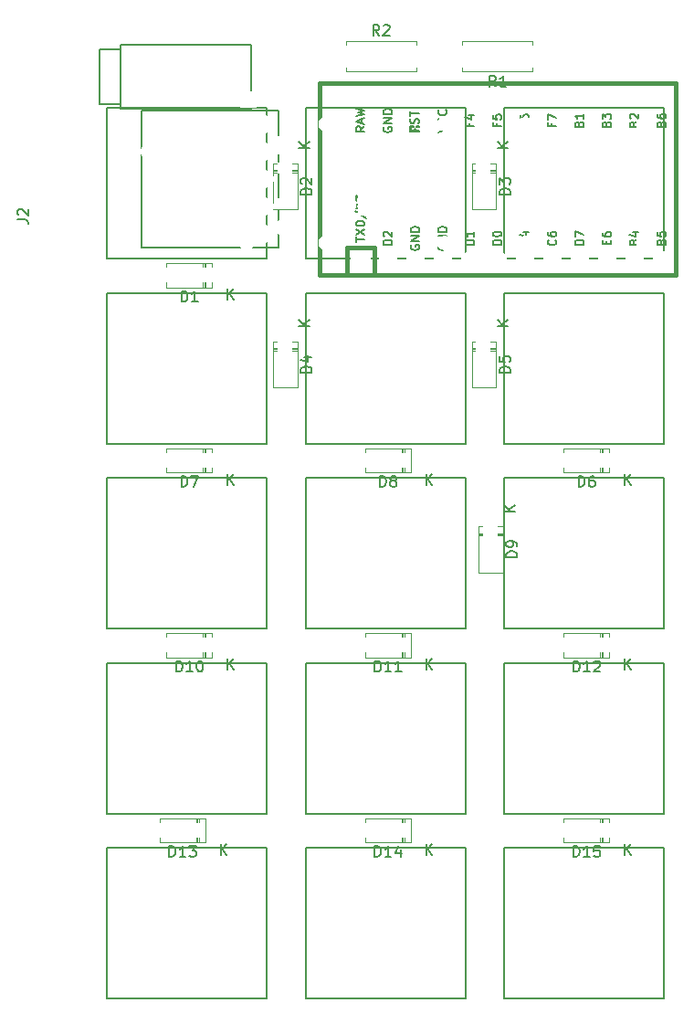
<source format=gto>
G04 #@! TF.GenerationSoftware,KiCad,Pcbnew,5.1.0*
G04 #@! TF.CreationDate,2019-04-04T12:50:07+09:00*
G04 #@! TF.ProjectId,pg1425-namecard-ver1,70673134-3235-42d6-9e61-6d6563617264,rev?*
G04 #@! TF.SameCoordinates,Original*
G04 #@! TF.FileFunction,Legend,Top*
G04 #@! TF.FilePolarity,Positive*
%FSLAX46Y46*%
G04 Gerber Fmt 4.6, Leading zero omitted, Abs format (unit mm)*
G04 Created by KiCad (PCBNEW 5.1.0) date 2019-04-04 12:50:07*
%MOMM*%
%LPD*%
G04 APERTURE LIST*
%ADD10C,0.150000*%
%ADD11C,0.120000*%
%ADD12C,0.381000*%
%ADD13C,1.702000*%
%ADD14C,1.402000*%
%ADD15O,5.202000X4.202000*%
%ADD16O,2.102000X4.202000*%
%ADD17O,0.402000X4.202000*%
%ADD18O,5.202000X0.402000*%
%ADD19O,1.702000X1.702000*%
%ADD20O,2.402000X1.602000*%
%ADD21C,1.302000*%
%ADD22R,1.102000X1.402000*%
%ADD23R,1.702000X1.702000*%
%ADD24R,1.402000X1.102000*%
%ADD25C,1.854600*%
%ADD26R,1.854600X1.854600*%
G04 APERTURE END LIST*
D10*
X50160000Y-101340000D02*
X50160000Y-87340000D01*
X64960000Y-101340000D02*
X50160000Y-101340000D01*
X64960000Y-87340000D02*
X64960000Y-101340000D01*
X50160000Y-87340000D02*
X64960000Y-87340000D01*
X31745000Y-101340000D02*
X31745000Y-87340000D01*
X46545000Y-101340000D02*
X31745000Y-101340000D01*
X46545000Y-87340000D02*
X46545000Y-101340000D01*
X31745000Y-87340000D02*
X46545000Y-87340000D01*
X13330000Y-101340000D02*
X13330000Y-87340000D01*
X28130000Y-101340000D02*
X13330000Y-101340000D01*
X28130000Y-87340000D02*
X28130000Y-101340000D01*
X13330000Y-87340000D02*
X28130000Y-87340000D01*
X50160000Y-84195000D02*
X50160000Y-70195000D01*
X64960000Y-84195000D02*
X50160000Y-84195000D01*
X64960000Y-70195000D02*
X64960000Y-84195000D01*
X50160000Y-70195000D02*
X64960000Y-70195000D01*
X31745000Y-84195000D02*
X31745000Y-70195000D01*
X46545000Y-84195000D02*
X31745000Y-84195000D01*
X46545000Y-70195000D02*
X46545000Y-84195000D01*
X31745000Y-70195000D02*
X46545000Y-70195000D01*
X13330000Y-84195000D02*
X13330000Y-70195000D01*
X28130000Y-84195000D02*
X13330000Y-84195000D01*
X28130000Y-70195000D02*
X28130000Y-84195000D01*
X13330000Y-70195000D02*
X28130000Y-70195000D01*
X50160000Y-67050000D02*
X50160000Y-53050000D01*
X64960000Y-67050000D02*
X50160000Y-67050000D01*
X64960000Y-53050000D02*
X64960000Y-67050000D01*
X50160000Y-53050000D02*
X64960000Y-53050000D01*
X31745000Y-67050000D02*
X31745000Y-53050000D01*
X46545000Y-67050000D02*
X31745000Y-67050000D01*
X46545000Y-53050000D02*
X46545000Y-67050000D01*
X31745000Y-53050000D02*
X46545000Y-53050000D01*
X13330000Y-67050000D02*
X13330000Y-53050000D01*
X28130000Y-67050000D02*
X13330000Y-67050000D01*
X28130000Y-53050000D02*
X28130000Y-67050000D01*
X13330000Y-53050000D02*
X28130000Y-53050000D01*
X50160000Y-49905000D02*
X50160000Y-35905000D01*
X64960000Y-49905000D02*
X50160000Y-49905000D01*
X64960000Y-35905000D02*
X64960000Y-49905000D01*
X50160000Y-35905000D02*
X64960000Y-35905000D01*
X31745000Y-49905000D02*
X31745000Y-35905000D01*
X46545000Y-49905000D02*
X31745000Y-49905000D01*
X46545000Y-35905000D02*
X46545000Y-49905000D01*
X31745000Y-35905000D02*
X46545000Y-35905000D01*
X13330000Y-49905000D02*
X13330000Y-35905000D01*
X28130000Y-49905000D02*
X13330000Y-49905000D01*
X28130000Y-35905000D02*
X28130000Y-49905000D01*
X13330000Y-35905000D02*
X28130000Y-35905000D01*
X50160000Y-32760000D02*
X50160000Y-18760000D01*
X64960000Y-32760000D02*
X50160000Y-32760000D01*
X64960000Y-18760000D02*
X64960000Y-32760000D01*
X50160000Y-18760000D02*
X64960000Y-18760000D01*
X31745000Y-32760000D02*
X31745000Y-18760000D01*
X46545000Y-32760000D02*
X31745000Y-32760000D01*
X46545000Y-18760000D02*
X46545000Y-32760000D01*
X31745000Y-18760000D02*
X46545000Y-18760000D01*
X13330000Y-32760000D02*
X13330000Y-18760000D01*
X28130000Y-32760000D02*
X13330000Y-32760000D01*
X28130000Y-18760000D02*
X28130000Y-32760000D01*
X13330000Y-18760000D02*
X28130000Y-18760000D01*
D11*
X42005000Y-15340000D02*
X42005000Y-15010000D01*
X35465000Y-15340000D02*
X42005000Y-15340000D01*
X35465000Y-15010000D02*
X35465000Y-15340000D01*
X42005000Y-12600000D02*
X42005000Y-12930000D01*
X35465000Y-12600000D02*
X42005000Y-12600000D01*
X35465000Y-12930000D02*
X35465000Y-12600000D01*
X46260000Y-12600000D02*
X46260000Y-12930000D01*
X52800000Y-12600000D02*
X46260000Y-12600000D01*
X52800000Y-12930000D02*
X52800000Y-12600000D01*
X46260000Y-15340000D02*
X46260000Y-15010000D01*
X52800000Y-15340000D02*
X46260000Y-15340000D01*
X52800000Y-15010000D02*
X52800000Y-15340000D01*
D10*
X29210000Y-31750000D02*
X16510000Y-31750000D01*
X29210000Y-19050000D02*
X29210000Y-31750000D01*
X16510000Y-19050000D02*
X29210000Y-19050000D01*
X16510000Y-31750000D02*
X16510000Y-19050000D01*
X14605000Y-12875000D02*
X26705000Y-12875000D01*
X14605000Y-18875000D02*
X14605000Y-12875000D01*
X26705000Y-18875000D02*
X14605000Y-18875000D01*
X26705000Y-12875000D02*
X26705000Y-18875000D01*
X12605000Y-13375000D02*
X14605000Y-13375000D01*
X12605000Y-18375000D02*
X14605000Y-18375000D01*
X12605000Y-13375000D02*
X12605000Y-18375000D01*
D11*
X59185000Y-86845000D02*
X59185000Y-84605000D01*
X55665000Y-86845000D02*
X59905000Y-86845000D01*
X55665000Y-84605000D02*
X55665000Y-86845000D01*
X59305000Y-86845000D02*
X59305000Y-84605000D01*
X59065000Y-86845000D02*
X59065000Y-84605000D01*
X59905000Y-84605000D02*
X55665000Y-84605000D01*
X59905000Y-86845000D02*
X59905000Y-84605000D01*
X40770000Y-86845000D02*
X40770000Y-84605000D01*
X37250000Y-86845000D02*
X41490000Y-86845000D01*
X37250000Y-84605000D02*
X37250000Y-86845000D01*
X40890000Y-86845000D02*
X40890000Y-84605000D01*
X40650000Y-86845000D02*
X40650000Y-84605000D01*
X41490000Y-84605000D02*
X37250000Y-84605000D01*
X41490000Y-86845000D02*
X41490000Y-84605000D01*
X21720000Y-86845000D02*
X21720000Y-84605000D01*
X18200000Y-86845000D02*
X22440000Y-86845000D01*
X18200000Y-84605000D02*
X18200000Y-86845000D01*
X21840000Y-86845000D02*
X21840000Y-84605000D01*
X21600000Y-86845000D02*
X21600000Y-84605000D01*
X22440000Y-84605000D02*
X18200000Y-84605000D01*
X22440000Y-86845000D02*
X22440000Y-84605000D01*
X59185000Y-69700000D02*
X59185000Y-67460000D01*
X55665000Y-69700000D02*
X59905000Y-69700000D01*
X55665000Y-67460000D02*
X55665000Y-69700000D01*
X59305000Y-69700000D02*
X59305000Y-67460000D01*
X59065000Y-69700000D02*
X59065000Y-67460000D01*
X59905000Y-67460000D02*
X55665000Y-67460000D01*
X59905000Y-69700000D02*
X59905000Y-67460000D01*
X40770000Y-69700000D02*
X40770000Y-67460000D01*
X37250000Y-69700000D02*
X41490000Y-69700000D01*
X37250000Y-67460000D02*
X37250000Y-69700000D01*
X40890000Y-69700000D02*
X40890000Y-67460000D01*
X40650000Y-69700000D02*
X40650000Y-67460000D01*
X41490000Y-67460000D02*
X37250000Y-67460000D01*
X41490000Y-69700000D02*
X41490000Y-67460000D01*
X22355000Y-69700000D02*
X22355000Y-67460000D01*
X18835000Y-69700000D02*
X23075000Y-69700000D01*
X18835000Y-67460000D02*
X18835000Y-69700000D01*
X22475000Y-69700000D02*
X22475000Y-67460000D01*
X22235000Y-69700000D02*
X22235000Y-67460000D01*
X23075000Y-67460000D02*
X18835000Y-67460000D01*
X23075000Y-69700000D02*
X23075000Y-67460000D01*
X50015000Y-58290000D02*
X47775000Y-58290000D01*
X50015000Y-61810000D02*
X50015000Y-57570000D01*
X47775000Y-61810000D02*
X50015000Y-61810000D01*
X50015000Y-58170000D02*
X47775000Y-58170000D01*
X50015000Y-58410000D02*
X47775000Y-58410000D01*
X47775000Y-57570000D02*
X47775000Y-61810000D01*
X50015000Y-57570000D02*
X47775000Y-57570000D01*
X40770000Y-52555000D02*
X40770000Y-50315000D01*
X37250000Y-52555000D02*
X41490000Y-52555000D01*
X37250000Y-50315000D02*
X37250000Y-52555000D01*
X40890000Y-52555000D02*
X40890000Y-50315000D01*
X40650000Y-52555000D02*
X40650000Y-50315000D01*
X41490000Y-50315000D02*
X37250000Y-50315000D01*
X41490000Y-52555000D02*
X41490000Y-50315000D01*
X22355000Y-52555000D02*
X22355000Y-50315000D01*
X18835000Y-52555000D02*
X23075000Y-52555000D01*
X18835000Y-50315000D02*
X18835000Y-52555000D01*
X22475000Y-52555000D02*
X22475000Y-50315000D01*
X22235000Y-52555000D02*
X22235000Y-50315000D01*
X23075000Y-50315000D02*
X18835000Y-50315000D01*
X23075000Y-52555000D02*
X23075000Y-50315000D01*
X59185000Y-52555000D02*
X59185000Y-50315000D01*
X55665000Y-52555000D02*
X59905000Y-52555000D01*
X55665000Y-50315000D02*
X55665000Y-52555000D01*
X59305000Y-52555000D02*
X59305000Y-50315000D01*
X59065000Y-52555000D02*
X59065000Y-50315000D01*
X59905000Y-50315000D02*
X55665000Y-50315000D01*
X59905000Y-52555000D02*
X59905000Y-50315000D01*
X49380000Y-41145000D02*
X47140000Y-41145000D01*
X49380000Y-44665000D02*
X49380000Y-40425000D01*
X47140000Y-44665000D02*
X49380000Y-44665000D01*
X49380000Y-41025000D02*
X47140000Y-41025000D01*
X49380000Y-41265000D02*
X47140000Y-41265000D01*
X47140000Y-40425000D02*
X47140000Y-44665000D01*
X49380000Y-40425000D02*
X47140000Y-40425000D01*
X30965000Y-41145000D02*
X28725000Y-41145000D01*
X30965000Y-44665000D02*
X30965000Y-40425000D01*
X28725000Y-44665000D02*
X30965000Y-44665000D01*
X30965000Y-41025000D02*
X28725000Y-41025000D01*
X30965000Y-41265000D02*
X28725000Y-41265000D01*
X28725000Y-40425000D02*
X28725000Y-44665000D01*
X30965000Y-40425000D02*
X28725000Y-40425000D01*
X49380000Y-24635000D02*
X47140000Y-24635000D01*
X49380000Y-28155000D02*
X49380000Y-23915000D01*
X47140000Y-28155000D02*
X49380000Y-28155000D01*
X49380000Y-24515000D02*
X47140000Y-24515000D01*
X49380000Y-24755000D02*
X47140000Y-24755000D01*
X47140000Y-23915000D02*
X47140000Y-28155000D01*
X49380000Y-23915000D02*
X47140000Y-23915000D01*
X30965000Y-24635000D02*
X28725000Y-24635000D01*
X30965000Y-28155000D02*
X30965000Y-23915000D01*
X28725000Y-28155000D02*
X30965000Y-28155000D01*
X30965000Y-24515000D02*
X28725000Y-24515000D01*
X30965000Y-24755000D02*
X28725000Y-24755000D01*
X28725000Y-23915000D02*
X28725000Y-28155000D01*
X30965000Y-23915000D02*
X28725000Y-23915000D01*
X22355000Y-35410000D02*
X22355000Y-33170000D01*
X18835000Y-35410000D02*
X23075000Y-35410000D01*
X18835000Y-33170000D02*
X18835000Y-35410000D01*
X22475000Y-35410000D02*
X22475000Y-33170000D01*
X22235000Y-35410000D02*
X22235000Y-33170000D01*
X23075000Y-33170000D02*
X18835000Y-33170000D01*
X23075000Y-35410000D02*
X23075000Y-33170000D01*
D12*
X35560000Y-31750000D02*
X35560000Y-34290000D01*
X33020000Y-34290000D02*
X35560000Y-34290000D01*
X33020000Y-16510000D02*
X33020000Y-34290000D01*
X35560000Y-16510000D02*
X33020000Y-16510000D01*
D10*
G36*
X42039360Y-20468432D02*
G01*
X42239360Y-20468432D01*
X42239360Y-20568432D01*
X42039360Y-20568432D01*
X42039360Y-20468432D01*
G37*
X42039360Y-20468432D02*
X42239360Y-20468432D01*
X42239360Y-20568432D01*
X42039360Y-20568432D01*
X42039360Y-20468432D01*
G36*
X41439360Y-20868432D02*
G01*
X42239360Y-20868432D01*
X42239360Y-20968432D01*
X41439360Y-20968432D01*
X41439360Y-20868432D01*
G37*
X41439360Y-20868432D02*
X42239360Y-20868432D01*
X42239360Y-20968432D01*
X41439360Y-20968432D01*
X41439360Y-20868432D01*
G36*
X41439360Y-20468432D02*
G01*
X41539360Y-20468432D01*
X41539360Y-20968432D01*
X41439360Y-20968432D01*
X41439360Y-20468432D01*
G37*
X41439360Y-20468432D02*
X41539360Y-20468432D01*
X41539360Y-20968432D01*
X41439360Y-20968432D01*
X41439360Y-20468432D01*
G36*
X41839360Y-20668432D02*
G01*
X41939360Y-20668432D01*
X41939360Y-20768432D01*
X41839360Y-20768432D01*
X41839360Y-20668432D01*
G37*
X41839360Y-20668432D02*
X41939360Y-20668432D01*
X41939360Y-20768432D01*
X41839360Y-20768432D01*
X41839360Y-20668432D01*
G36*
X41439360Y-20468432D02*
G01*
X41739360Y-20468432D01*
X41739360Y-20568432D01*
X41439360Y-20568432D01*
X41439360Y-20468432D01*
G37*
X41439360Y-20468432D02*
X41739360Y-20468432D01*
X41739360Y-20568432D01*
X41439360Y-20568432D01*
X41439360Y-20468432D01*
D12*
X38100000Y-31750000D02*
X38100000Y-34290000D01*
X35560000Y-31750000D02*
X38100000Y-31750000D01*
X66040000Y-16510000D02*
X35560000Y-16510000D01*
X66040000Y-34290000D02*
X66040000Y-16510000D01*
X35560000Y-34290000D02*
X66040000Y-34290000D01*
D10*
X38568333Y-12052380D02*
X38235000Y-11576190D01*
X37996904Y-12052380D02*
X37996904Y-11052380D01*
X38377857Y-11052380D01*
X38473095Y-11100000D01*
X38520714Y-11147619D01*
X38568333Y-11242857D01*
X38568333Y-11385714D01*
X38520714Y-11480952D01*
X38473095Y-11528571D01*
X38377857Y-11576190D01*
X37996904Y-11576190D01*
X38949285Y-11147619D02*
X38996904Y-11100000D01*
X39092142Y-11052380D01*
X39330238Y-11052380D01*
X39425476Y-11100000D01*
X39473095Y-11147619D01*
X39520714Y-11242857D01*
X39520714Y-11338095D01*
X39473095Y-11480952D01*
X38901666Y-12052380D01*
X39520714Y-12052380D01*
X49363333Y-16792380D02*
X49030000Y-16316190D01*
X48791904Y-16792380D02*
X48791904Y-15792380D01*
X49172857Y-15792380D01*
X49268095Y-15840000D01*
X49315714Y-15887619D01*
X49363333Y-15982857D01*
X49363333Y-16125714D01*
X49315714Y-16220952D01*
X49268095Y-16268571D01*
X49172857Y-16316190D01*
X48791904Y-16316190D01*
X50315714Y-16792380D02*
X49744285Y-16792380D01*
X50030000Y-16792380D02*
X50030000Y-15792380D01*
X49934761Y-15935238D01*
X49839523Y-16030476D01*
X49744285Y-16078095D01*
X5012380Y-29113333D02*
X5726666Y-29113333D01*
X5869523Y-29160952D01*
X5964761Y-29256190D01*
X6012380Y-29399047D01*
X6012380Y-29494285D01*
X5107619Y-28684761D02*
X5060000Y-28637142D01*
X5012380Y-28541904D01*
X5012380Y-28303809D01*
X5060000Y-28208571D01*
X5107619Y-28160952D01*
X5202857Y-28113333D01*
X5298095Y-28113333D01*
X5440952Y-28160952D01*
X6012380Y-28732380D01*
X6012380Y-28113333D01*
X56570714Y-88177380D02*
X56570714Y-87177380D01*
X56808809Y-87177380D01*
X56951666Y-87225000D01*
X57046904Y-87320238D01*
X57094523Y-87415476D01*
X57142142Y-87605952D01*
X57142142Y-87748809D01*
X57094523Y-87939285D01*
X57046904Y-88034523D01*
X56951666Y-88129761D01*
X56808809Y-88177380D01*
X56570714Y-88177380D01*
X58094523Y-88177380D02*
X57523095Y-88177380D01*
X57808809Y-88177380D02*
X57808809Y-87177380D01*
X57713571Y-87320238D01*
X57618333Y-87415476D01*
X57523095Y-87463095D01*
X58999285Y-87177380D02*
X58523095Y-87177380D01*
X58475476Y-87653571D01*
X58523095Y-87605952D01*
X58618333Y-87558333D01*
X58856428Y-87558333D01*
X58951666Y-87605952D01*
X58999285Y-87653571D01*
X59046904Y-87748809D01*
X59046904Y-87986904D01*
X58999285Y-88082142D01*
X58951666Y-88129761D01*
X58856428Y-88177380D01*
X58618333Y-88177380D01*
X58523095Y-88129761D01*
X58475476Y-88082142D01*
X61333095Y-87977380D02*
X61333095Y-86977380D01*
X61904523Y-87977380D02*
X61475952Y-87405952D01*
X61904523Y-86977380D02*
X61333095Y-87548809D01*
X38155714Y-88177380D02*
X38155714Y-87177380D01*
X38393809Y-87177380D01*
X38536666Y-87225000D01*
X38631904Y-87320238D01*
X38679523Y-87415476D01*
X38727142Y-87605952D01*
X38727142Y-87748809D01*
X38679523Y-87939285D01*
X38631904Y-88034523D01*
X38536666Y-88129761D01*
X38393809Y-88177380D01*
X38155714Y-88177380D01*
X39679523Y-88177380D02*
X39108095Y-88177380D01*
X39393809Y-88177380D02*
X39393809Y-87177380D01*
X39298571Y-87320238D01*
X39203333Y-87415476D01*
X39108095Y-87463095D01*
X40536666Y-87510714D02*
X40536666Y-88177380D01*
X40298571Y-87129761D02*
X40060476Y-87844047D01*
X40679523Y-87844047D01*
X42918095Y-87977380D02*
X42918095Y-86977380D01*
X43489523Y-87977380D02*
X43060952Y-87405952D01*
X43489523Y-86977380D02*
X42918095Y-87548809D01*
X19105714Y-88177380D02*
X19105714Y-87177380D01*
X19343809Y-87177380D01*
X19486666Y-87225000D01*
X19581904Y-87320238D01*
X19629523Y-87415476D01*
X19677142Y-87605952D01*
X19677142Y-87748809D01*
X19629523Y-87939285D01*
X19581904Y-88034523D01*
X19486666Y-88129761D01*
X19343809Y-88177380D01*
X19105714Y-88177380D01*
X20629523Y-88177380D02*
X20058095Y-88177380D01*
X20343809Y-88177380D02*
X20343809Y-87177380D01*
X20248571Y-87320238D01*
X20153333Y-87415476D01*
X20058095Y-87463095D01*
X20962857Y-87177380D02*
X21581904Y-87177380D01*
X21248571Y-87558333D01*
X21391428Y-87558333D01*
X21486666Y-87605952D01*
X21534285Y-87653571D01*
X21581904Y-87748809D01*
X21581904Y-87986904D01*
X21534285Y-88082142D01*
X21486666Y-88129761D01*
X21391428Y-88177380D01*
X21105714Y-88177380D01*
X21010476Y-88129761D01*
X20962857Y-88082142D01*
X23868095Y-87977380D02*
X23868095Y-86977380D01*
X24439523Y-87977380D02*
X24010952Y-87405952D01*
X24439523Y-86977380D02*
X23868095Y-87548809D01*
X56570714Y-71032380D02*
X56570714Y-70032380D01*
X56808809Y-70032380D01*
X56951666Y-70080000D01*
X57046904Y-70175238D01*
X57094523Y-70270476D01*
X57142142Y-70460952D01*
X57142142Y-70603809D01*
X57094523Y-70794285D01*
X57046904Y-70889523D01*
X56951666Y-70984761D01*
X56808809Y-71032380D01*
X56570714Y-71032380D01*
X58094523Y-71032380D02*
X57523095Y-71032380D01*
X57808809Y-71032380D02*
X57808809Y-70032380D01*
X57713571Y-70175238D01*
X57618333Y-70270476D01*
X57523095Y-70318095D01*
X58475476Y-70127619D02*
X58523095Y-70080000D01*
X58618333Y-70032380D01*
X58856428Y-70032380D01*
X58951666Y-70080000D01*
X58999285Y-70127619D01*
X59046904Y-70222857D01*
X59046904Y-70318095D01*
X58999285Y-70460952D01*
X58427857Y-71032380D01*
X59046904Y-71032380D01*
X61333095Y-70832380D02*
X61333095Y-69832380D01*
X61904523Y-70832380D02*
X61475952Y-70260952D01*
X61904523Y-69832380D02*
X61333095Y-70403809D01*
X38155714Y-71032380D02*
X38155714Y-70032380D01*
X38393809Y-70032380D01*
X38536666Y-70080000D01*
X38631904Y-70175238D01*
X38679523Y-70270476D01*
X38727142Y-70460952D01*
X38727142Y-70603809D01*
X38679523Y-70794285D01*
X38631904Y-70889523D01*
X38536666Y-70984761D01*
X38393809Y-71032380D01*
X38155714Y-71032380D01*
X39679523Y-71032380D02*
X39108095Y-71032380D01*
X39393809Y-71032380D02*
X39393809Y-70032380D01*
X39298571Y-70175238D01*
X39203333Y-70270476D01*
X39108095Y-70318095D01*
X40631904Y-71032380D02*
X40060476Y-71032380D01*
X40346190Y-71032380D02*
X40346190Y-70032380D01*
X40250952Y-70175238D01*
X40155714Y-70270476D01*
X40060476Y-70318095D01*
X42918095Y-70832380D02*
X42918095Y-69832380D01*
X43489523Y-70832380D02*
X43060952Y-70260952D01*
X43489523Y-69832380D02*
X42918095Y-70403809D01*
X19740714Y-71032380D02*
X19740714Y-70032380D01*
X19978809Y-70032380D01*
X20121666Y-70080000D01*
X20216904Y-70175238D01*
X20264523Y-70270476D01*
X20312142Y-70460952D01*
X20312142Y-70603809D01*
X20264523Y-70794285D01*
X20216904Y-70889523D01*
X20121666Y-70984761D01*
X19978809Y-71032380D01*
X19740714Y-71032380D01*
X21264523Y-71032380D02*
X20693095Y-71032380D01*
X20978809Y-71032380D02*
X20978809Y-70032380D01*
X20883571Y-70175238D01*
X20788333Y-70270476D01*
X20693095Y-70318095D01*
X21883571Y-70032380D02*
X21978809Y-70032380D01*
X22074047Y-70080000D01*
X22121666Y-70127619D01*
X22169285Y-70222857D01*
X22216904Y-70413333D01*
X22216904Y-70651428D01*
X22169285Y-70841904D01*
X22121666Y-70937142D01*
X22074047Y-70984761D01*
X21978809Y-71032380D01*
X21883571Y-71032380D01*
X21788333Y-70984761D01*
X21740714Y-70937142D01*
X21693095Y-70841904D01*
X21645476Y-70651428D01*
X21645476Y-70413333D01*
X21693095Y-70222857D01*
X21740714Y-70127619D01*
X21788333Y-70080000D01*
X21883571Y-70032380D01*
X24503095Y-70832380D02*
X24503095Y-69832380D01*
X25074523Y-70832380D02*
X24645952Y-70260952D01*
X25074523Y-69832380D02*
X24503095Y-70403809D01*
X51347380Y-60428095D02*
X50347380Y-60428095D01*
X50347380Y-60190000D01*
X50395000Y-60047142D01*
X50490238Y-59951904D01*
X50585476Y-59904285D01*
X50775952Y-59856666D01*
X50918809Y-59856666D01*
X51109285Y-59904285D01*
X51204523Y-59951904D01*
X51299761Y-60047142D01*
X51347380Y-60190000D01*
X51347380Y-60428095D01*
X51347380Y-59380476D02*
X51347380Y-59190000D01*
X51299761Y-59094761D01*
X51252142Y-59047142D01*
X51109285Y-58951904D01*
X50918809Y-58904285D01*
X50537857Y-58904285D01*
X50442619Y-58951904D01*
X50395000Y-58999523D01*
X50347380Y-59094761D01*
X50347380Y-59285238D01*
X50395000Y-59380476D01*
X50442619Y-59428095D01*
X50537857Y-59475714D01*
X50775952Y-59475714D01*
X50871190Y-59428095D01*
X50918809Y-59380476D01*
X50966428Y-59285238D01*
X50966428Y-59094761D01*
X50918809Y-58999523D01*
X50871190Y-58951904D01*
X50775952Y-58904285D01*
X51147380Y-56141904D02*
X50147380Y-56141904D01*
X51147380Y-55570476D02*
X50575952Y-55999047D01*
X50147380Y-55570476D02*
X50718809Y-56141904D01*
X38631904Y-53887380D02*
X38631904Y-52887380D01*
X38870000Y-52887380D01*
X39012857Y-52935000D01*
X39108095Y-53030238D01*
X39155714Y-53125476D01*
X39203333Y-53315952D01*
X39203333Y-53458809D01*
X39155714Y-53649285D01*
X39108095Y-53744523D01*
X39012857Y-53839761D01*
X38870000Y-53887380D01*
X38631904Y-53887380D01*
X39774761Y-53315952D02*
X39679523Y-53268333D01*
X39631904Y-53220714D01*
X39584285Y-53125476D01*
X39584285Y-53077857D01*
X39631904Y-52982619D01*
X39679523Y-52935000D01*
X39774761Y-52887380D01*
X39965238Y-52887380D01*
X40060476Y-52935000D01*
X40108095Y-52982619D01*
X40155714Y-53077857D01*
X40155714Y-53125476D01*
X40108095Y-53220714D01*
X40060476Y-53268333D01*
X39965238Y-53315952D01*
X39774761Y-53315952D01*
X39679523Y-53363571D01*
X39631904Y-53411190D01*
X39584285Y-53506428D01*
X39584285Y-53696904D01*
X39631904Y-53792142D01*
X39679523Y-53839761D01*
X39774761Y-53887380D01*
X39965238Y-53887380D01*
X40060476Y-53839761D01*
X40108095Y-53792142D01*
X40155714Y-53696904D01*
X40155714Y-53506428D01*
X40108095Y-53411190D01*
X40060476Y-53363571D01*
X39965238Y-53315952D01*
X42918095Y-53687380D02*
X42918095Y-52687380D01*
X43489523Y-53687380D02*
X43060952Y-53115952D01*
X43489523Y-52687380D02*
X42918095Y-53258809D01*
X20216904Y-53887380D02*
X20216904Y-52887380D01*
X20455000Y-52887380D01*
X20597857Y-52935000D01*
X20693095Y-53030238D01*
X20740714Y-53125476D01*
X20788333Y-53315952D01*
X20788333Y-53458809D01*
X20740714Y-53649285D01*
X20693095Y-53744523D01*
X20597857Y-53839761D01*
X20455000Y-53887380D01*
X20216904Y-53887380D01*
X21121666Y-52887380D02*
X21788333Y-52887380D01*
X21359761Y-53887380D01*
X24503095Y-53687380D02*
X24503095Y-52687380D01*
X25074523Y-53687380D02*
X24645952Y-53115952D01*
X25074523Y-52687380D02*
X24503095Y-53258809D01*
X57046904Y-53887380D02*
X57046904Y-52887380D01*
X57285000Y-52887380D01*
X57427857Y-52935000D01*
X57523095Y-53030238D01*
X57570714Y-53125476D01*
X57618333Y-53315952D01*
X57618333Y-53458809D01*
X57570714Y-53649285D01*
X57523095Y-53744523D01*
X57427857Y-53839761D01*
X57285000Y-53887380D01*
X57046904Y-53887380D01*
X58475476Y-52887380D02*
X58285000Y-52887380D01*
X58189761Y-52935000D01*
X58142142Y-52982619D01*
X58046904Y-53125476D01*
X57999285Y-53315952D01*
X57999285Y-53696904D01*
X58046904Y-53792142D01*
X58094523Y-53839761D01*
X58189761Y-53887380D01*
X58380238Y-53887380D01*
X58475476Y-53839761D01*
X58523095Y-53792142D01*
X58570714Y-53696904D01*
X58570714Y-53458809D01*
X58523095Y-53363571D01*
X58475476Y-53315952D01*
X58380238Y-53268333D01*
X58189761Y-53268333D01*
X58094523Y-53315952D01*
X58046904Y-53363571D01*
X57999285Y-53458809D01*
X61333095Y-53687380D02*
X61333095Y-52687380D01*
X61904523Y-53687380D02*
X61475952Y-53115952D01*
X61904523Y-52687380D02*
X61333095Y-53258809D01*
X50712380Y-43283095D02*
X49712380Y-43283095D01*
X49712380Y-43045000D01*
X49760000Y-42902142D01*
X49855238Y-42806904D01*
X49950476Y-42759285D01*
X50140952Y-42711666D01*
X50283809Y-42711666D01*
X50474285Y-42759285D01*
X50569523Y-42806904D01*
X50664761Y-42902142D01*
X50712380Y-43045000D01*
X50712380Y-43283095D01*
X49712380Y-41806904D02*
X49712380Y-42283095D01*
X50188571Y-42330714D01*
X50140952Y-42283095D01*
X50093333Y-42187857D01*
X50093333Y-41949761D01*
X50140952Y-41854523D01*
X50188571Y-41806904D01*
X50283809Y-41759285D01*
X50521904Y-41759285D01*
X50617142Y-41806904D01*
X50664761Y-41854523D01*
X50712380Y-41949761D01*
X50712380Y-42187857D01*
X50664761Y-42283095D01*
X50617142Y-42330714D01*
X50512380Y-38996904D02*
X49512380Y-38996904D01*
X50512380Y-38425476D02*
X49940952Y-38854047D01*
X49512380Y-38425476D02*
X50083809Y-38996904D01*
X32297380Y-43283095D02*
X31297380Y-43283095D01*
X31297380Y-43045000D01*
X31345000Y-42902142D01*
X31440238Y-42806904D01*
X31535476Y-42759285D01*
X31725952Y-42711666D01*
X31868809Y-42711666D01*
X32059285Y-42759285D01*
X32154523Y-42806904D01*
X32249761Y-42902142D01*
X32297380Y-43045000D01*
X32297380Y-43283095D01*
X31630714Y-41854523D02*
X32297380Y-41854523D01*
X31249761Y-42092619D02*
X31964047Y-42330714D01*
X31964047Y-41711666D01*
X32097380Y-38996904D02*
X31097380Y-38996904D01*
X32097380Y-38425476D02*
X31525952Y-38854047D01*
X31097380Y-38425476D02*
X31668809Y-38996904D01*
X50712380Y-26773095D02*
X49712380Y-26773095D01*
X49712380Y-26535000D01*
X49760000Y-26392142D01*
X49855238Y-26296904D01*
X49950476Y-26249285D01*
X50140952Y-26201666D01*
X50283809Y-26201666D01*
X50474285Y-26249285D01*
X50569523Y-26296904D01*
X50664761Y-26392142D01*
X50712380Y-26535000D01*
X50712380Y-26773095D01*
X49712380Y-25868333D02*
X49712380Y-25249285D01*
X50093333Y-25582619D01*
X50093333Y-25439761D01*
X50140952Y-25344523D01*
X50188571Y-25296904D01*
X50283809Y-25249285D01*
X50521904Y-25249285D01*
X50617142Y-25296904D01*
X50664761Y-25344523D01*
X50712380Y-25439761D01*
X50712380Y-25725476D01*
X50664761Y-25820714D01*
X50617142Y-25868333D01*
X50512380Y-22486904D02*
X49512380Y-22486904D01*
X50512380Y-21915476D02*
X49940952Y-22344047D01*
X49512380Y-21915476D02*
X50083809Y-22486904D01*
X32297380Y-26773095D02*
X31297380Y-26773095D01*
X31297380Y-26535000D01*
X31345000Y-26392142D01*
X31440238Y-26296904D01*
X31535476Y-26249285D01*
X31725952Y-26201666D01*
X31868809Y-26201666D01*
X32059285Y-26249285D01*
X32154523Y-26296904D01*
X32249761Y-26392142D01*
X32297380Y-26535000D01*
X32297380Y-26773095D01*
X31392619Y-25820714D02*
X31345000Y-25773095D01*
X31297380Y-25677857D01*
X31297380Y-25439761D01*
X31345000Y-25344523D01*
X31392619Y-25296904D01*
X31487857Y-25249285D01*
X31583095Y-25249285D01*
X31725952Y-25296904D01*
X32297380Y-25868333D01*
X32297380Y-25249285D01*
X32097380Y-22486904D02*
X31097380Y-22486904D01*
X32097380Y-21915476D02*
X31525952Y-22344047D01*
X31097380Y-21915476D02*
X31668809Y-22486904D01*
X20216904Y-36742380D02*
X20216904Y-35742380D01*
X20455000Y-35742380D01*
X20597857Y-35790000D01*
X20693095Y-35885238D01*
X20740714Y-35980476D01*
X20788333Y-36170952D01*
X20788333Y-36313809D01*
X20740714Y-36504285D01*
X20693095Y-36599523D01*
X20597857Y-36694761D01*
X20455000Y-36742380D01*
X20216904Y-36742380D01*
X21740714Y-36742380D02*
X21169285Y-36742380D01*
X21455000Y-36742380D02*
X21455000Y-35742380D01*
X21359761Y-35885238D01*
X21264523Y-35980476D01*
X21169285Y-36028095D01*
X24503095Y-36542380D02*
X24503095Y-35542380D01*
X25074523Y-36542380D02*
X24645952Y-35970952D01*
X25074523Y-35542380D02*
X24503095Y-36113809D01*
X36391904Y-31162348D02*
X36391904Y-30705205D01*
X37191904Y-30933776D02*
X36391904Y-30933776D01*
X36391904Y-30514729D02*
X37191904Y-29981395D01*
X36391904Y-29981395D02*
X37191904Y-30514729D01*
X36391904Y-29524252D02*
X36391904Y-29448062D01*
X36430000Y-29371872D01*
X36468095Y-29333776D01*
X36544285Y-29295681D01*
X36696666Y-29257586D01*
X36887142Y-29257586D01*
X37039523Y-29295681D01*
X37115714Y-29333776D01*
X37153809Y-29371872D01*
X37191904Y-29448062D01*
X37191904Y-29524252D01*
X37153809Y-29600443D01*
X37115714Y-29638538D01*
X37039523Y-29676633D01*
X36887142Y-29714729D01*
X36696666Y-29714729D01*
X36544285Y-29676633D01*
X36468095Y-29638538D01*
X36430000Y-29600443D01*
X36391904Y-29524252D01*
X36353809Y-28343300D02*
X37382380Y-29029014D01*
X37191904Y-28076633D02*
X36391904Y-28076633D01*
X36391904Y-27886157D01*
X36430000Y-27771872D01*
X36506190Y-27695681D01*
X36582380Y-27657586D01*
X36734761Y-27619491D01*
X36849047Y-27619491D01*
X37001428Y-27657586D01*
X37077619Y-27695681D01*
X37153809Y-27771872D01*
X37191904Y-27886157D01*
X37191904Y-28076633D01*
X36391904Y-27352824D02*
X36391904Y-26857586D01*
X36696666Y-27124252D01*
X36696666Y-27009967D01*
X36734761Y-26933776D01*
X36772857Y-26895681D01*
X36849047Y-26857586D01*
X37039523Y-26857586D01*
X37115714Y-26895681D01*
X37153809Y-26933776D01*
X37191904Y-27009967D01*
X37191904Y-27238538D01*
X37153809Y-27314729D01*
X37115714Y-27352824D01*
X39731904Y-31451476D02*
X38931904Y-31451476D01*
X38931904Y-31261000D01*
X38970000Y-31146714D01*
X39046190Y-31070523D01*
X39122380Y-31032428D01*
X39274761Y-30994333D01*
X39389047Y-30994333D01*
X39541428Y-31032428D01*
X39617619Y-31070523D01*
X39693809Y-31146714D01*
X39731904Y-31261000D01*
X39731904Y-31451476D01*
X39008095Y-30689571D02*
X38970000Y-30651476D01*
X38931904Y-30575285D01*
X38931904Y-30384809D01*
X38970000Y-30308619D01*
X39008095Y-30270523D01*
X39084285Y-30232428D01*
X39160476Y-30232428D01*
X39274761Y-30270523D01*
X39731904Y-30727666D01*
X39731904Y-30232428D01*
X49891904Y-31451476D02*
X49091904Y-31451476D01*
X49091904Y-31261000D01*
X49130000Y-31146714D01*
X49206190Y-31070523D01*
X49282380Y-31032428D01*
X49434761Y-30994333D01*
X49549047Y-30994333D01*
X49701428Y-31032428D01*
X49777619Y-31070523D01*
X49853809Y-31146714D01*
X49891904Y-31261000D01*
X49891904Y-31451476D01*
X49091904Y-30499095D02*
X49091904Y-30422904D01*
X49130000Y-30346714D01*
X49168095Y-30308619D01*
X49244285Y-30270523D01*
X49396666Y-30232428D01*
X49587142Y-30232428D01*
X49739523Y-30270523D01*
X49815714Y-30308619D01*
X49853809Y-30346714D01*
X49891904Y-30422904D01*
X49891904Y-30499095D01*
X49853809Y-30575285D01*
X49815714Y-30613380D01*
X49739523Y-30651476D01*
X49587142Y-30689571D01*
X49396666Y-30689571D01*
X49244285Y-30651476D01*
X49168095Y-30613380D01*
X49130000Y-30575285D01*
X49091904Y-30499095D01*
X47351904Y-31451476D02*
X46551904Y-31451476D01*
X46551904Y-31261000D01*
X46590000Y-31146714D01*
X46666190Y-31070523D01*
X46742380Y-31032428D01*
X46894761Y-30994333D01*
X47009047Y-30994333D01*
X47161428Y-31032428D01*
X47237619Y-31070523D01*
X47313809Y-31146714D01*
X47351904Y-31261000D01*
X47351904Y-31451476D01*
X47351904Y-30232428D02*
X47351904Y-30689571D01*
X47351904Y-30461000D02*
X46551904Y-30461000D01*
X46666190Y-30537190D01*
X46742380Y-30613380D01*
X46780476Y-30689571D01*
X44050000Y-31470523D02*
X44011904Y-31546714D01*
X44011904Y-31661000D01*
X44050000Y-31775285D01*
X44126190Y-31851476D01*
X44202380Y-31889571D01*
X44354761Y-31927666D01*
X44469047Y-31927666D01*
X44621428Y-31889571D01*
X44697619Y-31851476D01*
X44773809Y-31775285D01*
X44811904Y-31661000D01*
X44811904Y-31584809D01*
X44773809Y-31470523D01*
X44735714Y-31432428D01*
X44469047Y-31432428D01*
X44469047Y-31584809D01*
X44811904Y-31089571D02*
X44011904Y-31089571D01*
X44811904Y-30632428D01*
X44011904Y-30632428D01*
X44811904Y-30251476D02*
X44011904Y-30251476D01*
X44011904Y-30061000D01*
X44050000Y-29946714D01*
X44126190Y-29870523D01*
X44202380Y-29832428D01*
X44354761Y-29794333D01*
X44469047Y-29794333D01*
X44621428Y-29832428D01*
X44697619Y-29870523D01*
X44773809Y-29946714D01*
X44811904Y-30061000D01*
X44811904Y-30251476D01*
X41510000Y-31470523D02*
X41471904Y-31546714D01*
X41471904Y-31661000D01*
X41510000Y-31775285D01*
X41586190Y-31851476D01*
X41662380Y-31889571D01*
X41814761Y-31927666D01*
X41929047Y-31927666D01*
X42081428Y-31889571D01*
X42157619Y-31851476D01*
X42233809Y-31775285D01*
X42271904Y-31661000D01*
X42271904Y-31584809D01*
X42233809Y-31470523D01*
X42195714Y-31432428D01*
X41929047Y-31432428D01*
X41929047Y-31584809D01*
X42271904Y-31089571D02*
X41471904Y-31089571D01*
X42271904Y-30632428D01*
X41471904Y-30632428D01*
X42271904Y-30251476D02*
X41471904Y-30251476D01*
X41471904Y-30061000D01*
X41510000Y-29946714D01*
X41586190Y-29870523D01*
X41662380Y-29832428D01*
X41814761Y-29794333D01*
X41929047Y-29794333D01*
X42081428Y-29832428D01*
X42157619Y-29870523D01*
X42233809Y-29946714D01*
X42271904Y-30061000D01*
X42271904Y-30251476D01*
X52431904Y-31451476D02*
X51631904Y-31451476D01*
X51631904Y-31261000D01*
X51670000Y-31146714D01*
X51746190Y-31070523D01*
X51822380Y-31032428D01*
X51974761Y-30994333D01*
X52089047Y-30994333D01*
X52241428Y-31032428D01*
X52317619Y-31070523D01*
X52393809Y-31146714D01*
X52431904Y-31261000D01*
X52431904Y-31451476D01*
X51898571Y-30308619D02*
X52431904Y-30308619D01*
X51593809Y-30499095D02*
X52165238Y-30689571D01*
X52165238Y-30194333D01*
X54895714Y-30994333D02*
X54933809Y-31032428D01*
X54971904Y-31146714D01*
X54971904Y-31222904D01*
X54933809Y-31337190D01*
X54857619Y-31413380D01*
X54781428Y-31451476D01*
X54629047Y-31489571D01*
X54514761Y-31489571D01*
X54362380Y-31451476D01*
X54286190Y-31413380D01*
X54210000Y-31337190D01*
X54171904Y-31222904D01*
X54171904Y-31146714D01*
X54210000Y-31032428D01*
X54248095Y-30994333D01*
X54171904Y-30308619D02*
X54171904Y-30461000D01*
X54210000Y-30537190D01*
X54248095Y-30575285D01*
X54362380Y-30651476D01*
X54514761Y-30689571D01*
X54819523Y-30689571D01*
X54895714Y-30651476D01*
X54933809Y-30613380D01*
X54971904Y-30537190D01*
X54971904Y-30384809D01*
X54933809Y-30308619D01*
X54895714Y-30270523D01*
X54819523Y-30232428D01*
X54629047Y-30232428D01*
X54552857Y-30270523D01*
X54514761Y-30308619D01*
X54476666Y-30384809D01*
X54476666Y-30537190D01*
X54514761Y-30613380D01*
X54552857Y-30651476D01*
X54629047Y-30689571D01*
X57511904Y-31451476D02*
X56711904Y-31451476D01*
X56711904Y-31261000D01*
X56750000Y-31146714D01*
X56826190Y-31070523D01*
X56902380Y-31032428D01*
X57054761Y-30994333D01*
X57169047Y-30994333D01*
X57321428Y-31032428D01*
X57397619Y-31070523D01*
X57473809Y-31146714D01*
X57511904Y-31261000D01*
X57511904Y-31451476D01*
X56711904Y-30727666D02*
X56711904Y-30194333D01*
X57511904Y-30537190D01*
X59632857Y-31413380D02*
X59632857Y-31146714D01*
X60051904Y-31032428D02*
X60051904Y-31413380D01*
X59251904Y-31413380D01*
X59251904Y-31032428D01*
X59251904Y-30346714D02*
X59251904Y-30499095D01*
X59290000Y-30575285D01*
X59328095Y-30613380D01*
X59442380Y-30689571D01*
X59594761Y-30727666D01*
X59899523Y-30727666D01*
X59975714Y-30689571D01*
X60013809Y-30651476D01*
X60051904Y-30575285D01*
X60051904Y-30422904D01*
X60013809Y-30346714D01*
X59975714Y-30308619D01*
X59899523Y-30270523D01*
X59709047Y-30270523D01*
X59632857Y-30308619D01*
X59594761Y-30346714D01*
X59556666Y-30422904D01*
X59556666Y-30575285D01*
X59594761Y-30651476D01*
X59632857Y-30689571D01*
X59709047Y-30727666D01*
X62172857Y-31184809D02*
X62210952Y-31070523D01*
X62249047Y-31032428D01*
X62325238Y-30994333D01*
X62439523Y-30994333D01*
X62515714Y-31032428D01*
X62553809Y-31070523D01*
X62591904Y-31146714D01*
X62591904Y-31451476D01*
X61791904Y-31451476D01*
X61791904Y-31184809D01*
X61830000Y-31108619D01*
X61868095Y-31070523D01*
X61944285Y-31032428D01*
X62020476Y-31032428D01*
X62096666Y-31070523D01*
X62134761Y-31108619D01*
X62172857Y-31184809D01*
X62172857Y-31451476D01*
X62058571Y-30308619D02*
X62591904Y-30308619D01*
X61753809Y-30499095D02*
X62325238Y-30689571D01*
X62325238Y-30194333D01*
X64712857Y-31184809D02*
X64750952Y-31070523D01*
X64789047Y-31032428D01*
X64865238Y-30994333D01*
X64979523Y-30994333D01*
X65055714Y-31032428D01*
X65093809Y-31070523D01*
X65131904Y-31146714D01*
X65131904Y-31451476D01*
X64331904Y-31451476D01*
X64331904Y-31184809D01*
X64370000Y-31108619D01*
X64408095Y-31070523D01*
X64484285Y-31032428D01*
X64560476Y-31032428D01*
X64636666Y-31070523D01*
X64674761Y-31108619D01*
X64712857Y-31184809D01*
X64712857Y-31451476D01*
X64331904Y-30270523D02*
X64331904Y-30651476D01*
X64712857Y-30689571D01*
X64674761Y-30651476D01*
X64636666Y-30575285D01*
X64636666Y-30384809D01*
X64674761Y-30308619D01*
X64712857Y-30270523D01*
X64789047Y-30232428D01*
X64979523Y-30232428D01*
X65055714Y-30270523D01*
X65093809Y-30308619D01*
X65131904Y-30384809D01*
X65131904Y-30575285D01*
X65093809Y-30651476D01*
X65055714Y-30689571D01*
X64712857Y-20262809D02*
X64750952Y-20148523D01*
X64789047Y-20110428D01*
X64865238Y-20072333D01*
X64979523Y-20072333D01*
X65055714Y-20110428D01*
X65093809Y-20148523D01*
X65131904Y-20224714D01*
X65131904Y-20529476D01*
X64331904Y-20529476D01*
X64331904Y-20262809D01*
X64370000Y-20186619D01*
X64408095Y-20148523D01*
X64484285Y-20110428D01*
X64560476Y-20110428D01*
X64636666Y-20148523D01*
X64674761Y-20186619D01*
X64712857Y-20262809D01*
X64712857Y-20529476D01*
X64331904Y-19386619D02*
X64331904Y-19539000D01*
X64370000Y-19615190D01*
X64408095Y-19653285D01*
X64522380Y-19729476D01*
X64674761Y-19767571D01*
X64979523Y-19767571D01*
X65055714Y-19729476D01*
X65093809Y-19691380D01*
X65131904Y-19615190D01*
X65131904Y-19462809D01*
X65093809Y-19386619D01*
X65055714Y-19348523D01*
X64979523Y-19310428D01*
X64789047Y-19310428D01*
X64712857Y-19348523D01*
X64674761Y-19386619D01*
X64636666Y-19462809D01*
X64636666Y-19615190D01*
X64674761Y-19691380D01*
X64712857Y-19729476D01*
X64789047Y-19767571D01*
X59632857Y-20262809D02*
X59670952Y-20148523D01*
X59709047Y-20110428D01*
X59785238Y-20072333D01*
X59899523Y-20072333D01*
X59975714Y-20110428D01*
X60013809Y-20148523D01*
X60051904Y-20224714D01*
X60051904Y-20529476D01*
X59251904Y-20529476D01*
X59251904Y-20262809D01*
X59290000Y-20186619D01*
X59328095Y-20148523D01*
X59404285Y-20110428D01*
X59480476Y-20110428D01*
X59556666Y-20148523D01*
X59594761Y-20186619D01*
X59632857Y-20262809D01*
X59632857Y-20529476D01*
X59251904Y-19805666D02*
X59251904Y-19310428D01*
X59556666Y-19577095D01*
X59556666Y-19462809D01*
X59594761Y-19386619D01*
X59632857Y-19348523D01*
X59709047Y-19310428D01*
X59899523Y-19310428D01*
X59975714Y-19348523D01*
X60013809Y-19386619D01*
X60051904Y-19462809D01*
X60051904Y-19691380D01*
X60013809Y-19767571D01*
X59975714Y-19805666D01*
X57092857Y-20262809D02*
X57130952Y-20148523D01*
X57169047Y-20110428D01*
X57245238Y-20072333D01*
X57359523Y-20072333D01*
X57435714Y-20110428D01*
X57473809Y-20148523D01*
X57511904Y-20224714D01*
X57511904Y-20529476D01*
X56711904Y-20529476D01*
X56711904Y-20262809D01*
X56750000Y-20186619D01*
X56788095Y-20148523D01*
X56864285Y-20110428D01*
X56940476Y-20110428D01*
X57016666Y-20148523D01*
X57054761Y-20186619D01*
X57092857Y-20262809D01*
X57092857Y-20529476D01*
X57511904Y-19310428D02*
X57511904Y-19767571D01*
X57511904Y-19539000D02*
X56711904Y-19539000D01*
X56826190Y-19615190D01*
X56902380Y-19691380D01*
X56940476Y-19767571D01*
X46932857Y-20205666D02*
X46932857Y-20472333D01*
X47351904Y-20472333D02*
X46551904Y-20472333D01*
X46551904Y-20091380D01*
X46818571Y-19443761D02*
X47351904Y-19443761D01*
X46513809Y-19634238D02*
X47085238Y-19824714D01*
X47085238Y-19329476D01*
X44011904Y-21005666D02*
X44811904Y-20739000D01*
X44011904Y-20472333D01*
X44735714Y-19748523D02*
X44773809Y-19786619D01*
X44811904Y-19900904D01*
X44811904Y-19977095D01*
X44773809Y-20091380D01*
X44697619Y-20167571D01*
X44621428Y-20205666D01*
X44469047Y-20243761D01*
X44354761Y-20243761D01*
X44202380Y-20205666D01*
X44126190Y-20167571D01*
X44050000Y-20091380D01*
X44011904Y-19977095D01*
X44011904Y-19900904D01*
X44050000Y-19786619D01*
X44088095Y-19748523D01*
X44735714Y-18948523D02*
X44773809Y-18986619D01*
X44811904Y-19100904D01*
X44811904Y-19177095D01*
X44773809Y-19291380D01*
X44697619Y-19367571D01*
X44621428Y-19405666D01*
X44469047Y-19443761D01*
X44354761Y-19443761D01*
X44202380Y-19405666D01*
X44126190Y-19367571D01*
X44050000Y-19291380D01*
X44011904Y-19177095D01*
X44011904Y-19100904D01*
X44050000Y-18986619D01*
X44088095Y-18948523D01*
X42203809Y-20200213D02*
X42241904Y-20085927D01*
X42241904Y-19895451D01*
X42203809Y-19819260D01*
X42165714Y-19781165D01*
X42089523Y-19743070D01*
X42013333Y-19743070D01*
X41937142Y-19781165D01*
X41899047Y-19819260D01*
X41860952Y-19895451D01*
X41822857Y-20047832D01*
X41784761Y-20124022D01*
X41746666Y-20162118D01*
X41670476Y-20200213D01*
X41594285Y-20200213D01*
X41518095Y-20162118D01*
X41480000Y-20124022D01*
X41441904Y-20047832D01*
X41441904Y-19857356D01*
X41480000Y-19743070D01*
X41441904Y-19514499D02*
X41441904Y-19057356D01*
X42241904Y-19285927D02*
X41441904Y-19285927D01*
X38970000Y-20548523D02*
X38931904Y-20624714D01*
X38931904Y-20739000D01*
X38970000Y-20853285D01*
X39046190Y-20929476D01*
X39122380Y-20967571D01*
X39274761Y-21005666D01*
X39389047Y-21005666D01*
X39541428Y-20967571D01*
X39617619Y-20929476D01*
X39693809Y-20853285D01*
X39731904Y-20739000D01*
X39731904Y-20662809D01*
X39693809Y-20548523D01*
X39655714Y-20510428D01*
X39389047Y-20510428D01*
X39389047Y-20662809D01*
X39731904Y-20167571D02*
X38931904Y-20167571D01*
X39731904Y-19710428D01*
X38931904Y-19710428D01*
X39731904Y-19329476D02*
X38931904Y-19329476D01*
X38931904Y-19139000D01*
X38970000Y-19024714D01*
X39046190Y-18948523D01*
X39122380Y-18910428D01*
X39274761Y-18872333D01*
X39389047Y-18872333D01*
X39541428Y-18910428D01*
X39617619Y-18948523D01*
X39693809Y-19024714D01*
X39731904Y-19139000D01*
X39731904Y-19329476D01*
X37191904Y-20491380D02*
X36810952Y-20758047D01*
X37191904Y-20948523D02*
X36391904Y-20948523D01*
X36391904Y-20643761D01*
X36430000Y-20567571D01*
X36468095Y-20529476D01*
X36544285Y-20491380D01*
X36658571Y-20491380D01*
X36734761Y-20529476D01*
X36772857Y-20567571D01*
X36810952Y-20643761D01*
X36810952Y-20948523D01*
X36963333Y-20186619D02*
X36963333Y-19805666D01*
X37191904Y-20262809D02*
X36391904Y-19996142D01*
X37191904Y-19729476D01*
X36391904Y-19539000D02*
X37191904Y-19348523D01*
X36620476Y-19196142D01*
X37191904Y-19043761D01*
X36391904Y-18853285D01*
X49472857Y-20205666D02*
X49472857Y-20472333D01*
X49891904Y-20472333D02*
X49091904Y-20472333D01*
X49091904Y-20091380D01*
X49091904Y-19405666D02*
X49091904Y-19786619D01*
X49472857Y-19824714D01*
X49434761Y-19786619D01*
X49396666Y-19710428D01*
X49396666Y-19519952D01*
X49434761Y-19443761D01*
X49472857Y-19405666D01*
X49549047Y-19367571D01*
X49739523Y-19367571D01*
X49815714Y-19405666D01*
X49853809Y-19443761D01*
X49891904Y-19519952D01*
X49891904Y-19710428D01*
X49853809Y-19786619D01*
X49815714Y-19824714D01*
X52012857Y-20205666D02*
X52012857Y-20472333D01*
X52431904Y-20472333D02*
X51631904Y-20472333D01*
X51631904Y-20091380D01*
X51631904Y-19443761D02*
X51631904Y-19596142D01*
X51670000Y-19672333D01*
X51708095Y-19710428D01*
X51822380Y-19786619D01*
X51974761Y-19824714D01*
X52279523Y-19824714D01*
X52355714Y-19786619D01*
X52393809Y-19748523D01*
X52431904Y-19672333D01*
X52431904Y-19519952D01*
X52393809Y-19443761D01*
X52355714Y-19405666D01*
X52279523Y-19367571D01*
X52089047Y-19367571D01*
X52012857Y-19405666D01*
X51974761Y-19443761D01*
X51936666Y-19519952D01*
X51936666Y-19672333D01*
X51974761Y-19748523D01*
X52012857Y-19786619D01*
X52089047Y-19824714D01*
X54552857Y-20205666D02*
X54552857Y-20472333D01*
X54971904Y-20472333D02*
X54171904Y-20472333D01*
X54171904Y-20091380D01*
X54171904Y-19862809D02*
X54171904Y-19329476D01*
X54971904Y-19672333D01*
X62172857Y-20262809D02*
X62210952Y-20148523D01*
X62249047Y-20110428D01*
X62325238Y-20072333D01*
X62439523Y-20072333D01*
X62515714Y-20110428D01*
X62553809Y-20148523D01*
X62591904Y-20224714D01*
X62591904Y-20529476D01*
X61791904Y-20529476D01*
X61791904Y-20262809D01*
X61830000Y-20186619D01*
X61868095Y-20148523D01*
X61944285Y-20110428D01*
X62020476Y-20110428D01*
X62096666Y-20148523D01*
X62134761Y-20186619D01*
X62172857Y-20262809D01*
X62172857Y-20529476D01*
X61868095Y-19767571D02*
X61830000Y-19729476D01*
X61791904Y-19653285D01*
X61791904Y-19462809D01*
X61830000Y-19386619D01*
X61868095Y-19348523D01*
X61944285Y-19310428D01*
X62020476Y-19310428D01*
X62134761Y-19348523D01*
X62591904Y-19805666D01*
X62591904Y-19310428D01*
%LPC*%
D13*
X54159992Y-91439836D03*
D14*
X52059992Y-88839836D03*
X63059992Y-99839836D03*
X54159992Y-96339836D03*
X52060000Y-99840000D03*
X63060000Y-88840000D03*
X60960000Y-96340000D03*
D13*
X60960000Y-91440000D03*
D15*
X57560000Y-95240000D03*
D16*
X59110000Y-95240000D03*
X56010000Y-95240000D03*
D17*
X59960000Y-95240000D03*
X55160000Y-95240000D03*
D18*
X57560000Y-97140000D03*
X57560000Y-93340000D03*
D13*
X35744992Y-91439836D03*
D14*
X33644992Y-88839836D03*
X44644992Y-99839836D03*
X35744992Y-96339836D03*
X33645000Y-99840000D03*
X44645000Y-88840000D03*
X42545000Y-96340000D03*
D13*
X42545000Y-91440000D03*
D15*
X39145000Y-95240000D03*
D16*
X40695000Y-95240000D03*
X37595000Y-95240000D03*
D17*
X41545000Y-95240000D03*
X36745000Y-95240000D03*
D18*
X39145000Y-97140000D03*
X39145000Y-93340000D03*
D13*
X17329992Y-91439836D03*
D14*
X15229992Y-88839836D03*
X26229992Y-99839836D03*
X17329992Y-96339836D03*
X15230000Y-99840000D03*
X26230000Y-88840000D03*
X24130000Y-96340000D03*
D13*
X24130000Y-91440000D03*
D15*
X20730000Y-95240000D03*
D16*
X22280000Y-95240000D03*
X19180000Y-95240000D03*
D17*
X23130000Y-95240000D03*
X18330000Y-95240000D03*
D18*
X20730000Y-97140000D03*
X20730000Y-93340000D03*
D13*
X54159992Y-74294836D03*
D14*
X52059992Y-71694836D03*
X63059992Y-82694836D03*
X54159992Y-79194836D03*
X52060000Y-82695000D03*
X63060000Y-71695000D03*
X60960000Y-79195000D03*
D13*
X60960000Y-74295000D03*
D15*
X57560000Y-78095000D03*
D16*
X59110000Y-78095000D03*
X56010000Y-78095000D03*
D17*
X59960000Y-78095000D03*
X55160000Y-78095000D03*
D18*
X57560000Y-79995000D03*
X57560000Y-76195000D03*
D13*
X35744992Y-74294836D03*
D14*
X33644992Y-71694836D03*
X44644992Y-82694836D03*
X35744992Y-79194836D03*
X33645000Y-82695000D03*
X44645000Y-71695000D03*
X42545000Y-79195000D03*
D13*
X42545000Y-74295000D03*
D15*
X39145000Y-78095000D03*
D16*
X40695000Y-78095000D03*
X37595000Y-78095000D03*
D17*
X41545000Y-78095000D03*
X36745000Y-78095000D03*
D18*
X39145000Y-79995000D03*
X39145000Y-76195000D03*
D13*
X17329992Y-74294836D03*
D14*
X15229992Y-71694836D03*
X26229992Y-82694836D03*
X17329992Y-79194836D03*
X15230000Y-82695000D03*
X26230000Y-71695000D03*
X24130000Y-79195000D03*
D13*
X24130000Y-74295000D03*
D15*
X20730000Y-78095000D03*
D16*
X22280000Y-78095000D03*
X19180000Y-78095000D03*
D17*
X23130000Y-78095000D03*
X18330000Y-78095000D03*
D18*
X20730000Y-79995000D03*
X20730000Y-76195000D03*
D13*
X54159992Y-57149836D03*
D14*
X52059992Y-54549836D03*
X63059992Y-65549836D03*
X54159992Y-62049836D03*
X52060000Y-65550000D03*
X63060000Y-54550000D03*
X60960000Y-62050000D03*
D13*
X60960000Y-57150000D03*
D15*
X57560000Y-60950000D03*
D16*
X59110000Y-60950000D03*
X56010000Y-60950000D03*
D17*
X59960000Y-60950000D03*
X55160000Y-60950000D03*
D18*
X57560000Y-62850000D03*
X57560000Y-59050000D03*
D13*
X35744992Y-57149836D03*
D14*
X33644992Y-54549836D03*
X44644992Y-65549836D03*
X35744992Y-62049836D03*
X33645000Y-65550000D03*
X44645000Y-54550000D03*
X42545000Y-62050000D03*
D13*
X42545000Y-57150000D03*
D15*
X39145000Y-60950000D03*
D16*
X40695000Y-60950000D03*
X37595000Y-60950000D03*
D17*
X41545000Y-60950000D03*
X36745000Y-60950000D03*
D18*
X39145000Y-62850000D03*
X39145000Y-59050000D03*
D13*
X17329992Y-57149836D03*
D14*
X15229992Y-54549836D03*
X26229992Y-65549836D03*
X17329992Y-62049836D03*
X15230000Y-65550000D03*
X26230000Y-54550000D03*
X24130000Y-62050000D03*
D13*
X24130000Y-57150000D03*
D15*
X20730000Y-60950000D03*
D16*
X22280000Y-60950000D03*
X19180000Y-60950000D03*
D17*
X23130000Y-60950000D03*
X18330000Y-60950000D03*
D18*
X20730000Y-62850000D03*
X20730000Y-59050000D03*
D13*
X54159992Y-40004836D03*
D14*
X52059992Y-37404836D03*
X63059992Y-48404836D03*
X54159992Y-44904836D03*
X52060000Y-48405000D03*
X63060000Y-37405000D03*
X60960000Y-44905000D03*
D13*
X60960000Y-40005000D03*
D15*
X57560000Y-43805000D03*
D16*
X59110000Y-43805000D03*
X56010000Y-43805000D03*
D17*
X59960000Y-43805000D03*
X55160000Y-43805000D03*
D18*
X57560000Y-45705000D03*
X57560000Y-41905000D03*
D13*
X35744992Y-40004836D03*
D14*
X33644992Y-37404836D03*
X44644992Y-48404836D03*
X35744992Y-44904836D03*
X33645000Y-48405000D03*
X44645000Y-37405000D03*
X42545000Y-44905000D03*
D13*
X42545000Y-40005000D03*
D15*
X39145000Y-43805000D03*
D16*
X40695000Y-43805000D03*
X37595000Y-43805000D03*
D17*
X41545000Y-43805000D03*
X36745000Y-43805000D03*
D18*
X39145000Y-45705000D03*
X39145000Y-41905000D03*
D13*
X17329992Y-40004836D03*
D14*
X15229992Y-37404836D03*
X26229992Y-48404836D03*
X17329992Y-44904836D03*
X15230000Y-48405000D03*
X26230000Y-37405000D03*
X24130000Y-44905000D03*
D13*
X24130000Y-40005000D03*
D15*
X20730000Y-43805000D03*
D16*
X22280000Y-43805000D03*
X19180000Y-43805000D03*
D17*
X23130000Y-43805000D03*
X18330000Y-43805000D03*
D18*
X20730000Y-45705000D03*
X20730000Y-41905000D03*
D13*
X54159992Y-22859836D03*
D14*
X52059992Y-20259836D03*
X63059992Y-31259836D03*
X54159992Y-27759836D03*
X52060000Y-31260000D03*
X63060000Y-20260000D03*
X60960000Y-27760000D03*
D13*
X60960000Y-22860000D03*
D15*
X57560000Y-26660000D03*
D16*
X59110000Y-26660000D03*
X56010000Y-26660000D03*
D17*
X59960000Y-26660000D03*
X55160000Y-26660000D03*
D18*
X57560000Y-28560000D03*
X57560000Y-24760000D03*
D13*
X35744992Y-22859836D03*
D14*
X33644992Y-20259836D03*
X44644992Y-31259836D03*
X35744992Y-27759836D03*
X33645000Y-31260000D03*
X44645000Y-20260000D03*
X42545000Y-27760000D03*
D13*
X42545000Y-22860000D03*
D15*
X39145000Y-26660000D03*
D16*
X40695000Y-26660000D03*
X37595000Y-26660000D03*
D17*
X41545000Y-26660000D03*
X36745000Y-26660000D03*
D18*
X39145000Y-28560000D03*
X39145000Y-24760000D03*
D13*
X17329992Y-22859836D03*
D14*
X15229992Y-20259836D03*
X26229992Y-31259836D03*
X17329992Y-27759836D03*
X15230000Y-31260000D03*
X26230000Y-20260000D03*
X24130000Y-27760000D03*
D13*
X24130000Y-22860000D03*
D15*
X20730000Y-26660000D03*
D16*
X22280000Y-26660000D03*
X19180000Y-26660000D03*
D17*
X23130000Y-26660000D03*
X18330000Y-26660000D03*
D18*
X20730000Y-28560000D03*
X20730000Y-24760000D03*
D19*
X42545000Y-13970000D03*
D13*
X34925000Y-13970000D03*
D19*
X45720000Y-13970000D03*
D13*
X53340000Y-13970000D03*
X27940000Y-20320000D03*
X17780000Y-20320000D03*
X27940000Y-22860000D03*
X27940000Y-25400000D03*
X27940000Y-27940000D03*
X27940000Y-30480000D03*
X17780000Y-30480000D03*
D20*
X26405000Y-17975000D03*
X24905000Y-13775000D03*
D21*
X16105000Y-15875000D03*
X23105000Y-15875000D03*
D20*
X17905000Y-13775000D03*
X20905000Y-13775000D03*
D22*
X56134000Y-85699600D03*
X59436000Y-85699600D03*
D23*
X61595000Y-85725000D03*
D13*
X53975000Y-85725000D03*
D22*
X37719000Y-85699600D03*
X41021000Y-85699600D03*
D23*
X43180000Y-85725000D03*
D13*
X35560000Y-85725000D03*
D22*
X18669000Y-85699600D03*
X21971000Y-85699600D03*
D23*
X24130000Y-85725000D03*
D13*
X16510000Y-85725000D03*
D22*
X56134000Y-68554600D03*
X59436000Y-68554600D03*
D23*
X61595000Y-68580000D03*
D13*
X53975000Y-68580000D03*
D22*
X37719000Y-68554600D03*
X41021000Y-68554600D03*
D23*
X43180000Y-68580000D03*
D13*
X35560000Y-68580000D03*
D22*
X19304000Y-68554600D03*
X22606000Y-68554600D03*
D23*
X24765000Y-68580000D03*
D13*
X17145000Y-68580000D03*
D24*
X48869600Y-61341000D03*
X48869600Y-58039000D03*
D23*
X48895000Y-55880000D03*
D13*
X48895000Y-63500000D03*
D22*
X37719000Y-51409600D03*
X41021000Y-51409600D03*
D23*
X43180000Y-51435000D03*
D13*
X35560000Y-51435000D03*
D22*
X19304000Y-51409600D03*
X22606000Y-51409600D03*
D23*
X24765000Y-51435000D03*
D13*
X17145000Y-51435000D03*
D22*
X56134000Y-51409600D03*
X59436000Y-51409600D03*
D23*
X61595000Y-51435000D03*
D13*
X53975000Y-51435000D03*
D24*
X48234600Y-44196000D03*
X48234600Y-40894000D03*
D23*
X48260000Y-38735000D03*
D13*
X48260000Y-46355000D03*
D24*
X29819600Y-44196000D03*
X29819600Y-40894000D03*
D23*
X29845000Y-38735000D03*
D13*
X29845000Y-46355000D03*
D24*
X48234600Y-27686000D03*
X48234600Y-24384000D03*
D23*
X48260000Y-22225000D03*
D13*
X48260000Y-29845000D03*
D24*
X29819600Y-27686000D03*
X29819600Y-24384000D03*
D23*
X29845000Y-22225000D03*
D13*
X29845000Y-29845000D03*
D22*
X19304000Y-34264600D03*
X22606000Y-34264600D03*
D23*
X24765000Y-34290000D03*
D13*
X17145000Y-34290000D03*
D25*
X36830000Y-17780000D03*
X64770000Y-33020000D03*
X39370000Y-17780000D03*
X41910000Y-17780000D03*
X44450000Y-17780000D03*
X46990000Y-17780000D03*
X49530000Y-17780000D03*
X52070000Y-17780000D03*
X54610000Y-17780000D03*
X57150000Y-17780000D03*
X59690000Y-17780000D03*
X62230000Y-17780000D03*
X64770000Y-17780000D03*
X62230000Y-33020000D03*
X59690000Y-33020000D03*
X57150000Y-33020000D03*
X54610000Y-33020000D03*
X52070000Y-33020000D03*
X49530000Y-33020000D03*
X46990000Y-33020000D03*
X44450000Y-33020000D03*
X41910000Y-33020000D03*
X39370000Y-33020000D03*
D26*
X36830000Y-33020000D03*
M02*

</source>
